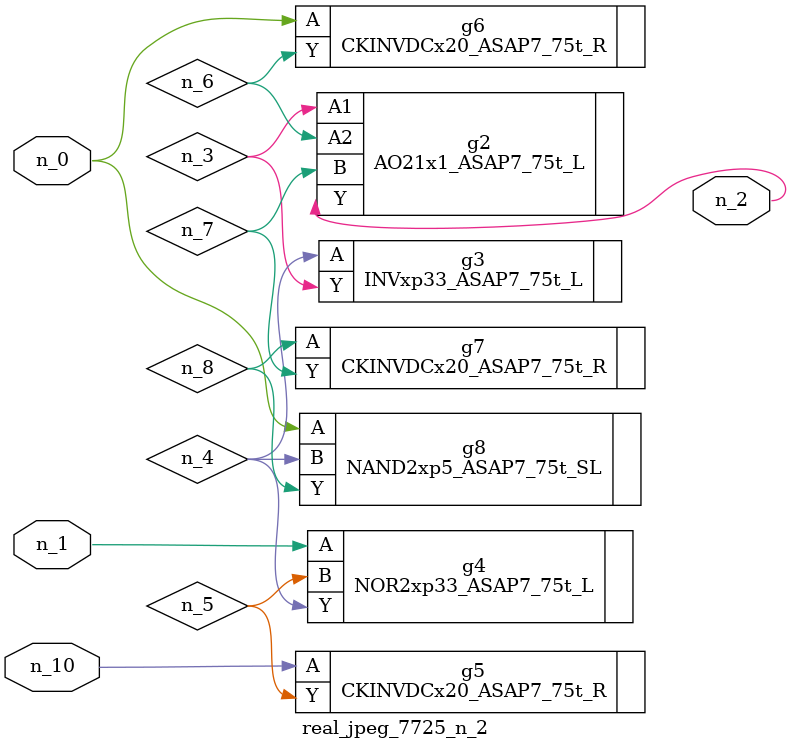
<source format=v>
module real_jpeg_7725_n_2 (n_1, n_10, n_0, n_2);

input n_1;
input n_10;
input n_0;

output n_2;

wire n_5;
wire n_4;
wire n_8;
wire n_6;
wire n_7;
wire n_3;

CKINVDCx20_ASAP7_75t_R g6 ( 
.A(n_0),
.Y(n_6)
);

NAND2xp5_ASAP7_75t_SL g8 ( 
.A(n_0),
.B(n_4),
.Y(n_8)
);

NOR2xp33_ASAP7_75t_L g4 ( 
.A(n_1),
.B(n_5),
.Y(n_4)
);

AO21x1_ASAP7_75t_L g2 ( 
.A1(n_3),
.A2(n_6),
.B(n_7),
.Y(n_2)
);

INVxp33_ASAP7_75t_L g3 ( 
.A(n_4),
.Y(n_3)
);

CKINVDCx20_ASAP7_75t_R g7 ( 
.A(n_8),
.Y(n_7)
);

CKINVDCx20_ASAP7_75t_R g5 ( 
.A(n_10),
.Y(n_5)
);


endmodule
</source>
